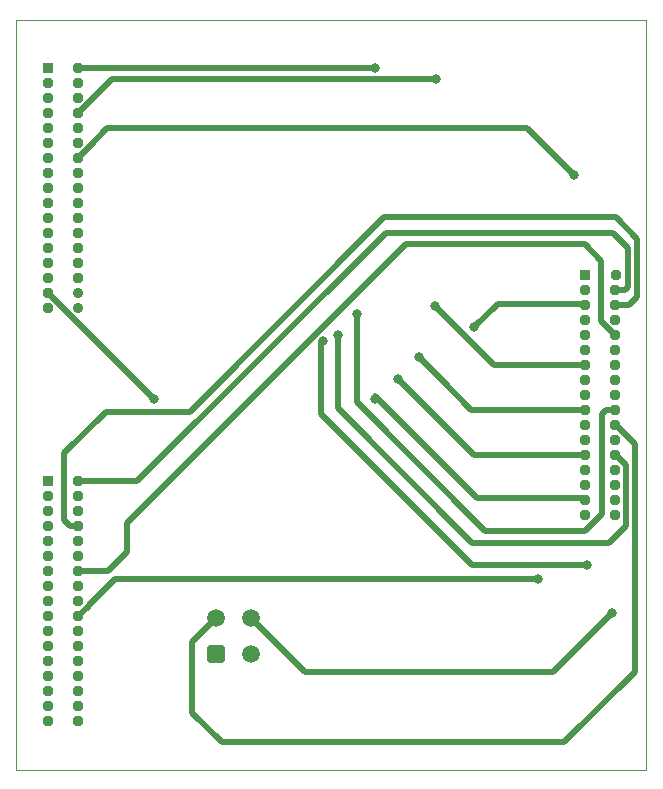
<source format=gbr>
%TF.GenerationSoftware,KiCad,Pcbnew,7.0.7*%
%TF.CreationDate,2023-10-17T22:15:12-05:00*%
%TF.ProjectId,Heater_North_DCT_HSK,48656174-6572-45f4-9e6f-7274685f4443,rev?*%
%TF.SameCoordinates,Original*%
%TF.FileFunction,Copper,L2,Bot*%
%TF.FilePolarity,Positive*%
%FSLAX46Y46*%
G04 Gerber Fmt 4.6, Leading zero omitted, Abs format (unit mm)*
G04 Created by KiCad (PCBNEW 7.0.7) date 2023-10-17 22:15:12*
%MOMM*%
%LPD*%
G01*
G04 APERTURE LIST*
G04 Aperture macros list*
%AMRoundRect*
0 Rectangle with rounded corners*
0 $1 Rounding radius*
0 $2 $3 $4 $5 $6 $7 $8 $9 X,Y pos of 4 corners*
0 Add a 4 corners polygon primitive as box body*
4,1,4,$2,$3,$4,$5,$6,$7,$8,$9,$2,$3,0*
0 Add four circle primitives for the rounded corners*
1,1,$1+$1,$2,$3*
1,1,$1+$1,$4,$5*
1,1,$1+$1,$6,$7*
1,1,$1+$1,$8,$9*
0 Add four rect primitives between the rounded corners*
20,1,$1+$1,$2,$3,$4,$5,0*
20,1,$1+$1,$4,$5,$6,$7,0*
20,1,$1+$1,$6,$7,$8,$9,0*
20,1,$1+$1,$8,$9,$2,$3,0*%
G04 Aperture macros list end*
%TA.AperFunction,ComponentPad*%
%ADD10R,0.940800X0.940800*%
%TD*%
%TA.AperFunction,ComponentPad*%
%ADD11C,0.940800*%
%TD*%
%TA.AperFunction,ComponentPad*%
%ADD12C,0.890000*%
%TD*%
%TA.AperFunction,ComponentPad*%
%ADD13RoundRect,0.250001X-0.499999X-0.499999X0.499999X-0.499999X0.499999X0.499999X-0.499999X0.499999X0*%
%TD*%
%TA.AperFunction,ComponentPad*%
%ADD14C,1.500000*%
%TD*%
%TA.AperFunction,ViaPad*%
%ADD15C,0.800000*%
%TD*%
%TA.AperFunction,Conductor*%
%ADD16C,0.508000*%
%TD*%
%TA.AperFunction,Profile*%
%ADD17C,0.100000*%
%TD*%
G04 APERTURE END LIST*
D10*
%TO.P,J2,1,Pin_1*%
%TO.N,/HB2_1*%
X104256840Y-89890600D03*
D11*
%TO.P,J2,2,Pin_2*%
%TO.N,/HB2_2*%
X106817160Y-89890600D03*
%TO.P,J2,3,Pin_3*%
%TO.N,unconnected-(J2-Pin_3-Pad3)*%
X104267000Y-91160600D03*
%TO.P,J2,4,Pin_4*%
%TO.N,unconnected-(J2-Pin_4-Pad4)*%
X106807000Y-91160600D03*
%TO.P,J2,5,Pin_5*%
%TO.N,unconnected-(J2-Pin_5-Pad5)*%
X104267000Y-92430600D03*
%TO.P,J2,6,Pin_6*%
%TO.N,unconnected-(J2-Pin_6-Pad6)*%
X106807000Y-92430600D03*
%TO.P,J2,7,Pin_7*%
%TO.N,/HB2_7*%
X104267000Y-93700600D03*
%TO.P,J2,8,Pin_8*%
%TO.N,/HB2_8*%
X106807000Y-93700600D03*
%TO.P,J2,9,Pin_9*%
%TO.N,unconnected-(J2-Pin_9-Pad9)*%
X104267000Y-94970600D03*
%TO.P,J2,10,Pin_10*%
%TO.N,unconnected-(J2-Pin_10-Pad10)*%
X106807000Y-94970600D03*
%TO.P,J2,11,Pin_11*%
%TO.N,unconnected-(J2-Pin_11-Pad11)*%
X104267000Y-96240600D03*
%TO.P,J2,12,Pin_12*%
%TO.N,unconnected-(J2-Pin_12-Pad12)*%
X106807000Y-96240600D03*
%TO.P,J2,13,Pin_13*%
%TO.N,/HB2_13*%
X104267000Y-97510600D03*
%TO.P,J2,14,Pin_14*%
%TO.N,/HB2_14*%
X106807000Y-97510600D03*
%TO.P,J2,15,Pin_15*%
%TO.N,unconnected-(J2-Pin_15-Pad15)*%
X104267000Y-98780600D03*
%TO.P,J2,16,Pin_16*%
%TO.N,unconnected-(J2-Pin_16-Pad16)*%
X106807000Y-98780600D03*
%TO.P,J2,17,Pin_17*%
%TO.N,unconnected-(J2-Pin_17-Pad17)*%
X104267000Y-100050600D03*
%TO.P,J2,18,Pin_18*%
%TO.N,unconnected-(J2-Pin_18-Pad18)*%
X106807000Y-100050600D03*
%TO.P,J2,19,Pin_19*%
%TO.N,/HB2_19*%
X104267000Y-101320600D03*
%TO.P,J2,20,Pin_20*%
%TO.N,/HB2_20*%
X106807000Y-101320600D03*
%TO.P,J2,21,Pin_21*%
%TO.N,unconnected-(J2-Pin_21-Pad21)*%
X104267000Y-102590600D03*
%TO.P,J2,22,Pin_22*%
%TO.N,unconnected-(J2-Pin_22-Pad22)*%
X106807000Y-102590600D03*
%TO.P,J2,23,Pin_23*%
%TO.N,unconnected-(J2-Pin_23-Pad23)*%
X104267000Y-103860600D03*
%TO.P,J2,24,Pin_24*%
%TO.N,unconnected-(J2-Pin_24-Pad24)*%
X106807000Y-103860600D03*
%TO.P,J2,25,Pin_25*%
%TO.N,unconnected-(J2-Pin_25-Pad25)*%
X104267000Y-105130600D03*
%TO.P,J2,26,Pin_26*%
%TO.N,unconnected-(J2-Pin_26-Pad26)*%
X106807000Y-105130600D03*
%TO.P,J2,27,Pin_27*%
%TO.N,unconnected-(J2-Pin_27-Pad27)*%
X104267000Y-106400600D03*
%TO.P,J2,28,Pin_28*%
%TO.N,unconnected-(J2-Pin_28-Pad28)*%
X106807000Y-106400600D03*
%TO.P,J2,29,Pin_29*%
%TO.N,unconnected-(J2-Pin_29-Pad29)*%
X104267000Y-107670600D03*
%TO.P,J2,30,Pin_30*%
%TO.N,unconnected-(J2-Pin_30-Pad30)*%
X106807000Y-107670600D03*
%TO.P,J2,31,Pin_31*%
%TO.N,unconnected-(J2-Pin_31-Pad31)*%
X104267000Y-108940600D03*
%TO.P,J2,32,Pin_32*%
%TO.N,unconnected-(J2-Pin_32-Pad32)*%
X106807000Y-108940600D03*
%TO.P,J2,33,Pin_33*%
%TO.N,unconnected-(J2-Pin_33-Pad33)*%
X104267000Y-110210600D03*
%TO.P,J2,34,Pin_34*%
%TO.N,unconnected-(J2-Pin_34-Pad34)*%
X106807000Y-110210600D03*
%TD*%
D10*
%TO.P,J3,1,Pin_1*%
%TO.N,/HB1_1*%
X149773640Y-72390000D03*
D11*
%TO.P,J3,2,Pin_2*%
%TO.N,/HB1_2*%
X152333960Y-72390000D03*
%TO.P,J3,3,Pin_3*%
%TO.N,/HB2_1*%
X149783800Y-73660000D03*
%TO.P,J3,4,Pin_4*%
%TO.N,/HB2_2*%
X152323800Y-73660000D03*
%TO.P,J3,5,Pin_5*%
%TO.N,/HB2_7*%
X149783800Y-74930000D03*
%TO.P,J3,6,Pin_6*%
%TO.N,/HB2_8*%
X152323800Y-74930000D03*
%TO.P,J3,7,Pin_7*%
%TO.N,/HB1_7*%
X149783800Y-76200000D03*
%TO.P,J3,8,Pin_8*%
%TO.N,/HB1_8*%
X152323800Y-76200000D03*
%TO.P,J3,9,Pin_9*%
%TO.N,/HB2_13*%
X149783800Y-77470000D03*
%TO.P,J3,10,Pin_10*%
%TO.N,/HB2_14*%
X152323800Y-77470000D03*
%TO.P,J3,11,Pin_11*%
%TO.N,/HB2_19*%
X149783800Y-78740000D03*
%TO.P,J3,12,Pin_12*%
%TO.N,/HB2_20*%
X152323800Y-78740000D03*
%TO.P,J3,13,Pin_13*%
%TO.N,/HB1_13*%
X149783800Y-80010000D03*
%TO.P,J3,14,Pin_14*%
%TO.N,/HB1_14*%
X152323800Y-80010000D03*
%TO.P,J3,15,Pin_15*%
%TO.N,unconnected-(J3-Pin_15-Pad15)*%
X149783800Y-81280000D03*
%TO.P,J3,16,Pin_16*%
%TO.N,unconnected-(J3-Pin_16-Pad16)*%
X152323800Y-81280000D03*
%TO.P,J3,17,Pin_17*%
%TO.N,unconnected-(J3-Pin_17-Pad17)*%
X149783800Y-82550000D03*
%TO.P,J3,18,Pin_18*%
%TO.N,unconnected-(J3-Pin_18-Pad18)*%
X152323800Y-82550000D03*
%TO.P,J3,19,Pin_19*%
%TO.N,/HB1_19*%
X149783800Y-83820000D03*
%TO.P,J3,20,Pin_20*%
%TO.N,/HB1_20*%
X152323800Y-83820000D03*
%TO.P,J3,21,Pin_21*%
%TO.N,/SpareN1+*%
X149783800Y-85090000D03*
%TO.P,J3,22,Pin_22*%
%TO.N,/SpareN1-*%
X152323800Y-85090000D03*
%TO.P,J3,23,Pin_23*%
%TO.N,unconnected-(J3-Pin_23-Pad23)*%
X149783800Y-86360000D03*
%TO.P,J3,24,Pin_24*%
%TO.N,unconnected-(J3-Pin_24-Pad24)*%
X152323800Y-86360000D03*
%TO.P,J3,25,Pin_25*%
%TO.N,/HB1_25*%
X149783800Y-87630000D03*
%TO.P,J3,26,Pin_26*%
%TO.N,/HB1_26*%
X152323800Y-87630000D03*
%TO.P,J3,27,Pin_27*%
%TO.N,/SpareN2+*%
X149783800Y-88900000D03*
%TO.P,J3,28,Pin_28*%
%TO.N,/SpareN2-*%
X152323800Y-88900000D03*
%TO.P,J3,29,Pin_29*%
%TO.N,unconnected-(J3-Pin_29-Pad29)*%
X149783800Y-90170000D03*
%TO.P,J3,30,Pin_30*%
%TO.N,unconnected-(J3-Pin_30-Pad30)*%
X152323800Y-90170000D03*
%TO.P,J3,31,Pin_31*%
%TO.N,/HB1_31*%
X149783800Y-91440000D03*
%TO.P,J3,32,Pin_32*%
%TO.N,/HB1_32*%
X152323800Y-91440000D03*
%TO.P,J3,33,Pin_33*%
%TO.N,unconnected-(J3-Pin_33-Pad33)*%
X149783800Y-92710000D03*
%TO.P,J3,34,Pin_34*%
%TO.N,unconnected-(J3-Pin_34-Pad34)*%
X152323800Y-92710000D03*
%TD*%
D10*
%TO.P,J1,1,Pin_1*%
%TO.N,/HB1_1*%
X104256840Y-54864000D03*
D11*
%TO.P,J1,2,Pin_2*%
%TO.N,/HB1_2*%
X106817160Y-54864000D03*
%TO.P,J1,3,Pin_3*%
%TO.N,unconnected-(J1-Pin_3-Pad3)*%
X104267000Y-56134000D03*
%TO.P,J1,4,Pin_4*%
%TO.N,unconnected-(J1-Pin_4-Pad4)*%
X106807000Y-56134000D03*
%TO.P,J1,5,Pin_5*%
%TO.N,unconnected-(J1-Pin_5-Pad5)*%
X104267000Y-57404000D03*
%TO.P,J1,6,Pin_6*%
%TO.N,unconnected-(J1-Pin_6-Pad6)*%
X106807000Y-57404000D03*
%TO.P,J1,7,Pin_7*%
%TO.N,/HB1_7*%
X104267000Y-58674000D03*
%TO.P,J1,8,Pin_8*%
%TO.N,/HB1_8*%
X106807000Y-58674000D03*
%TO.P,J1,9,Pin_9*%
%TO.N,unconnected-(J1-Pin_9-Pad9)*%
X104267000Y-59944000D03*
%TO.P,J1,10,Pin_10*%
%TO.N,unconnected-(J1-Pin_10-Pad10)*%
X106807000Y-59944000D03*
%TO.P,J1,11,Pin_11*%
%TO.N,unconnected-(J1-Pin_11-Pad11)*%
X104267000Y-61214000D03*
%TO.P,J1,12,Pin_12*%
%TO.N,unconnected-(J1-Pin_12-Pad12)*%
X106807000Y-61214000D03*
%TO.P,J1,13,Pin_13*%
%TO.N,/HB1_13*%
X104267000Y-62484000D03*
%TO.P,J1,14,Pin_14*%
%TO.N,/HB1_14*%
X106807000Y-62484000D03*
%TO.P,J1,15,Pin_15*%
%TO.N,unconnected-(J1-Pin_15-Pad15)*%
X104267000Y-63754000D03*
%TO.P,J1,16,Pin_16*%
%TO.N,unconnected-(J1-Pin_16-Pad16)*%
X106807000Y-63754000D03*
%TO.P,J1,17,Pin_17*%
%TO.N,unconnected-(J1-Pin_17-Pad17)*%
X104267000Y-65024000D03*
%TO.P,J1,18,Pin_18*%
%TO.N,unconnected-(J1-Pin_18-Pad18)*%
X106807000Y-65024000D03*
%TO.P,J1,19,Pin_19*%
%TO.N,/HB1_19*%
X104267000Y-66294000D03*
%TO.P,J1,20,Pin_20*%
%TO.N,/HB1_20*%
X106807000Y-66294000D03*
%TO.P,J1,21,Pin_21*%
%TO.N,unconnected-(J1-Pin_21-Pad21)*%
X104267000Y-67564000D03*
%TO.P,J1,22,Pin_22*%
%TO.N,unconnected-(J1-Pin_22-Pad22)*%
X106807000Y-67564000D03*
%TO.P,J1,23,Pin_23*%
%TO.N,unconnected-(J1-Pin_23-Pad23)*%
X104267000Y-68834000D03*
%TO.P,J1,24,Pin_24*%
%TO.N,unconnected-(J1-Pin_24-Pad24)*%
X106807000Y-68834000D03*
%TO.P,J1,25,Pin_25*%
%TO.N,/HB1_25*%
X104267000Y-70104000D03*
%TO.P,J1,26,Pin_26*%
%TO.N,/HB1_26*%
X106807000Y-70104000D03*
%TO.P,J1,27,Pin_27*%
%TO.N,unconnected-(J1-Pin_27-Pad27)*%
X104267000Y-71374000D03*
%TO.P,J1,28,Pin_28*%
%TO.N,unconnected-(J1-Pin_28-Pad28)*%
X106807000Y-71374000D03*
%TO.P,J1,29,Pin_29*%
%TO.N,unconnected-(J1-Pin_29-Pad29)*%
X104267000Y-72644000D03*
%TO.P,J1,30,Pin_30*%
%TO.N,unconnected-(J1-Pin_30-Pad30)*%
X106807000Y-72644000D03*
%TO.P,J1,31,Pin_31*%
%TO.N,/HB1_31*%
X104267000Y-73914000D03*
D12*
%TO.P,J1,32,Pin_32*%
%TO.N,/HB1_32*%
X106807000Y-73914000D03*
D11*
%TO.P,J1,33,Pin_33*%
%TO.N,unconnected-(J1-Pin_33-Pad33)*%
X104267000Y-75184000D03*
D12*
%TO.P,J1,34,Pin_34*%
%TO.N,unconnected-(J1-Pin_34-Pad34)*%
X106807000Y-75184000D03*
%TD*%
D13*
%TO.P,J4,1,Pin_1*%
%TO.N,/SpareN1+*%
X118500000Y-104500000D03*
D14*
%TO.P,J4,2,Pin_2*%
%TO.N,/SpareN2+*%
X121500000Y-104500000D03*
%TO.P,J4,3,Pin_3*%
%TO.N,/SpareN1-*%
X118500000Y-101500000D03*
%TO.P,J4,4,Pin_4*%
%TO.N,/SpareN2-*%
X121500000Y-101500000D03*
%TD*%
D15*
%TO.N,/HB1_2*%
X131946916Y-54870084D03*
%TO.N,/HB1_8*%
X137109200Y-55803800D03*
%TO.N,/HB1_13*%
X137002000Y-75005600D03*
%TO.N,/HB1_14*%
X148773400Y-63977000D03*
%TO.N,/HB1_19*%
X135702000Y-79359600D03*
%TO.N,/HB1_20*%
X130402000Y-75717400D03*
%TO.N,/HB1_25*%
X133902000Y-81205600D03*
%TO.N,/HB1_26*%
X128802000Y-77470000D03*
%TO.N,/HB1_31*%
X113257222Y-82905600D03*
X132002000Y-82905600D03*
%TO.N,/HB1_32*%
X149902000Y-97005600D03*
X127602000Y-78005600D03*
%TO.N,/HB2_7*%
X140379200Y-76828400D03*
%TO.N,/HB2_20*%
X145762000Y-98145600D03*
%TO.N,/SpareN2-*%
X152000000Y-101000000D03*
%TD*%
D16*
%TO.N,/HB1_2*%
X131946916Y-54870084D02*
X131927600Y-54889400D01*
X106842560Y-54889400D02*
X106817160Y-54864000D01*
X131927600Y-54889400D02*
X106842560Y-54889400D01*
%TO.N,/HB1_8*%
X106844300Y-58674000D02*
X106807000Y-58674000D01*
X109714500Y-55803800D02*
X106844300Y-58674000D01*
X137109200Y-55803800D02*
X109714500Y-55803800D01*
%TO.N,/HB1_13*%
X137002000Y-75005600D02*
X142031800Y-80035400D01*
X149758400Y-80035400D02*
X149783800Y-80010000D01*
X142031800Y-80035400D02*
X149758400Y-80035400D01*
%TO.N,/HB1_14*%
X144791200Y-59994800D02*
X109296200Y-59994800D01*
X107731400Y-61559600D02*
X107731400Y-61596900D01*
X148773400Y-63977000D02*
X144791200Y-59994800D01*
X109296200Y-59994800D02*
X107731400Y-61559600D01*
X107731400Y-61596900D02*
X106844300Y-62484000D01*
X106844300Y-62484000D02*
X106807000Y-62484000D01*
%TO.N,/HB1_19*%
X135702000Y-79359600D02*
X137556000Y-81213600D01*
X137556000Y-81259600D02*
X140116400Y-83820000D01*
X140116400Y-83820000D02*
X149783800Y-83820000D01*
X137556000Y-81213600D02*
X137556000Y-81259600D01*
%TO.N,/HB1_20*%
X130402000Y-75717400D02*
X130402000Y-83205600D01*
X141302000Y-94105600D02*
X149785200Y-94105600D01*
X130402000Y-83205600D02*
X141302000Y-94105600D01*
X149785200Y-94105600D02*
X151206200Y-92684600D01*
X151206200Y-84175600D02*
X151561800Y-83820000D01*
X151206200Y-92684600D02*
X151206200Y-84175600D01*
X151561800Y-83820000D02*
X152323800Y-83820000D01*
%TO.N,/HB1_25*%
X133902000Y-81205600D02*
X140326400Y-87630000D01*
X140326400Y-87630000D02*
X149783800Y-87630000D01*
%TO.N,/HB1_26*%
X152361100Y-87630000D02*
X152323800Y-87630000D01*
X151807800Y-95105600D02*
X153248200Y-93665200D01*
X128802000Y-83705600D02*
X140202000Y-95105600D01*
X128802000Y-77470000D02*
X128802000Y-83705600D01*
X140202000Y-95105600D02*
X151807800Y-95105600D01*
X153248200Y-93665200D02*
X153248200Y-88517100D01*
X153248200Y-88517100D02*
X152361100Y-87630000D01*
%TO.N,/HB1_31*%
X132002000Y-82705600D02*
X140634800Y-91338400D01*
X140634800Y-91338400D02*
X149682200Y-91338400D01*
X105908000Y-75517700D02*
X104304300Y-73914000D01*
X104304300Y-73914000D02*
X104267000Y-73914000D01*
X113257222Y-82905600D02*
X105908000Y-75556378D01*
X105908000Y-75556378D02*
X105908000Y-75517700D01*
X149682200Y-91338400D02*
X149783800Y-91440000D01*
%TO.N,/HB1_32*%
X140202000Y-97005600D02*
X127402000Y-84205600D01*
X149902000Y-97005600D02*
X140202000Y-97005600D01*
X127402000Y-78205600D02*
X127602000Y-78005600D01*
X127402000Y-84205600D02*
X127402000Y-78205600D01*
%TO.N,/HB2_2*%
X153416000Y-70119600D02*
X152130400Y-68834000D01*
X111817000Y-89890600D02*
X106817160Y-89890600D01*
X152130400Y-68834000D02*
X132873600Y-68834000D01*
X153416000Y-73406000D02*
X153416000Y-70119600D01*
X132873600Y-68834000D02*
X111817000Y-89890600D01*
X153162000Y-73660000D02*
X153416000Y-73406000D01*
X152323800Y-73660000D02*
X153162000Y-73660000D01*
%TO.N,/HB2_7*%
X140379200Y-76828400D02*
X142353800Y-74853800D01*
X142353800Y-74853800D02*
X149707600Y-74853800D01*
X149707600Y-74853800D02*
X149783800Y-74930000D01*
%TO.N,/HB2_8*%
X153441400Y-74930000D02*
X154124000Y-74247400D01*
X116284400Y-84023200D02*
X109169200Y-84023200D01*
X154124000Y-69338800D02*
X152330524Y-67545324D01*
X105664000Y-87528400D02*
X105664000Y-93192600D01*
X154124000Y-74247400D02*
X154124000Y-69338800D01*
X152323800Y-74930000D02*
X153441400Y-74930000D01*
X105664000Y-93192600D02*
X106172000Y-93700600D01*
X132762276Y-67545324D02*
X116284400Y-84023200D01*
X106172000Y-93700600D02*
X106807000Y-93700600D01*
X109169200Y-84023200D02*
X105664000Y-87528400D01*
X152330524Y-67545324D02*
X132762276Y-67545324D01*
%TO.N,/HB2_14*%
X110998000Y-95859600D02*
X109347000Y-97510600D01*
X134594261Y-69805600D02*
X110998000Y-93401861D01*
X109347000Y-97510600D02*
X106807000Y-97510600D01*
X152323800Y-77470000D02*
X152286500Y-77470000D01*
X149702000Y-69805600D02*
X134594261Y-69805600D01*
X151104600Y-71208200D02*
X149702000Y-69805600D01*
X110998000Y-93401861D02*
X110998000Y-95859600D01*
X151104600Y-76288100D02*
X151104600Y-71208200D01*
X152286500Y-77470000D02*
X151104600Y-76288100D01*
%TO.N,/HB2_20*%
X145762000Y-98145600D02*
X109982000Y-98145600D01*
X107731400Y-100433500D02*
X106844300Y-101320600D01*
X109982000Y-98145600D02*
X107731400Y-100396200D01*
X107731400Y-100396200D02*
X107731400Y-100433500D01*
X106844300Y-101320600D02*
X106807000Y-101320600D01*
%TO.N,/SpareN1-*%
X154000000Y-106000000D02*
X154000000Y-86728900D01*
X152361100Y-85090000D02*
X152323800Y-85090000D01*
X116500000Y-103500000D02*
X116500000Y-109500000D01*
X148000000Y-112000000D02*
X154000000Y-106000000D01*
X116500000Y-109500000D02*
X119000000Y-112000000D01*
X119000000Y-112000000D02*
X148000000Y-112000000D01*
X118500000Y-101500000D02*
X116500000Y-103500000D01*
X154000000Y-86728900D02*
X152361100Y-85090000D01*
%TO.N,/SpareN2-*%
X147000000Y-106000000D02*
X126000000Y-106000000D01*
X126000000Y-106000000D02*
X121500000Y-101500000D01*
X152000000Y-101000000D02*
X147000000Y-106000000D01*
%TD*%
D17*
X101600000Y-50800000D02*
X154940000Y-50800000D01*
X154940000Y-114300000D01*
X101600000Y-114300000D01*
X101600000Y-50800000D01*
M02*

</source>
